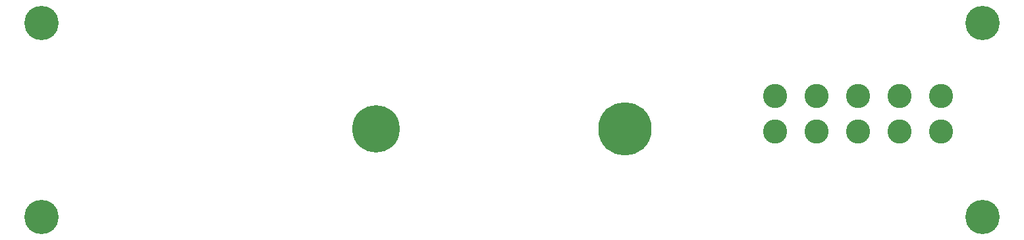
<source format=gbr>
G04 EAGLE Gerber RS-274X export*
G75*
%MOMM*%
%FSLAX34Y34*%
%LPD*%
%INSoldermask Top*%
%IPPOS*%
%AMOC8*
5,1,8,0,0,1.08239X$1,22.5*%
G01*
%ADD10C,3.101600*%
%ADD11C,6.101600*%
%ADD12C,6.851600*%
%ADD13C,4.417600*%


D10*
X1215980Y166900D03*
X1215980Y212600D03*
X1162640Y212600D03*
X1162640Y166900D03*
X1109300Y212600D03*
X1109300Y166900D03*
X1056000Y212600D03*
X1056000Y166900D03*
X1002700Y212600D03*
X1002700Y166900D03*
D11*
X489300Y170000D03*
D12*
X809300Y170000D03*
D13*
X59210Y306600D03*
X59210Y56700D03*
X1269210Y56700D03*
X1269210Y306600D03*
M02*

</source>
